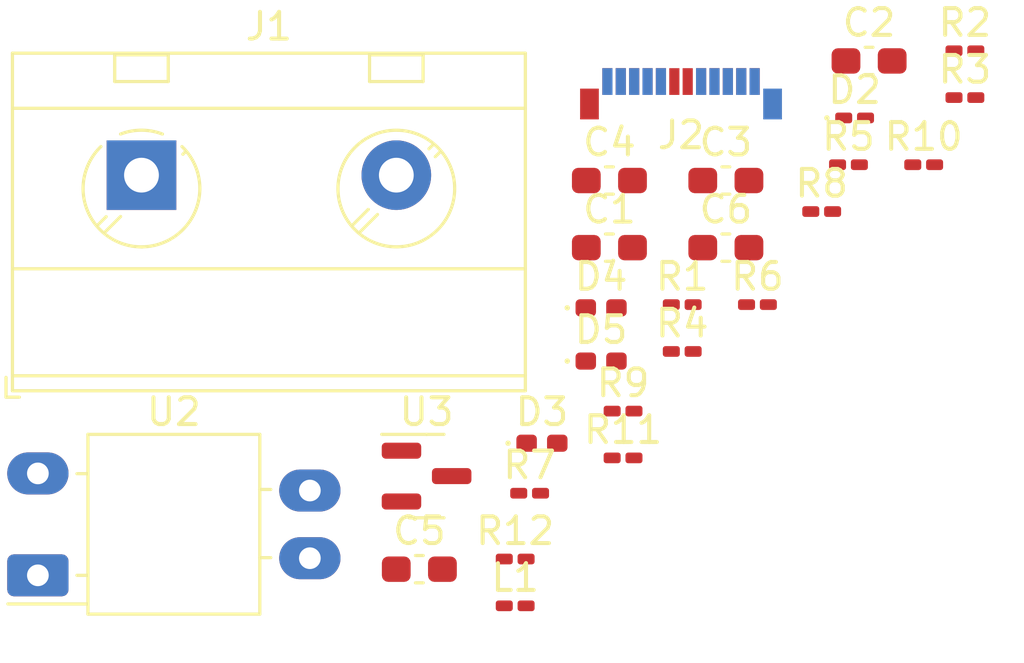
<source format=kicad_pcb>
(kicad_pcb (version 20211014) (generator pcbnew)
  (title_block (title "Charger PCB") (date "2023-02-18") (rev "v01") (comment 1 "Course: ELP305") (comment 2 "Group: BNavi"))
  (layers (0 "F.Cu" signal) (31 "B.Cu" signal) (34 "B.Paste" user) (35 "F.Paste" user) (36 "B.SilkS" user "B.Silkscreen") (37 "F.SilkS" user "F.Silkscreen") (38 "B.Mask" user) (39 "F.Mask" user) (44 "Edge.Cuts" user))
  (net 0 "")
  (net 1 "Net-(C1-Pad1)")
  (net 2 "Earth")
  (net 3 "Net-(C2-Pad1)")
  (net 4 "Net-(D4-Pad1)")
  (net 5 "Net-(C4-Pad1)")
  (net 6 "Net-(C4-Pad2)")
  (net 7 "Net-(C5-Pad1)")
  (net 8 "Net-(C5-Pad2)")
  (net 9 "Net-(C6-Pad2)")
  (net 10 "Net-(D2-Pad1)")
  (net 11 "Net-(D3-Pad2)")
  (net 12 "Net-(D4-Pad2)")
  (net 13 "Net-(D5-Pad2)")
  (net 14 "Net-(J1-Pad1)")
  (net 15 "Net-(D1-Pad4)")
  (net 19 "Net-(D1-Pad3)")
  (net 20 "Net-(Q1-Pad3)")
  (net 21 "Net-(R3-Pad2)")
  (net 22 "Net-(R6-Pad1)")
  (net 23 "Net-(R6-Pad2)")
  (net 24 "Net-(R10-Pad1)")
  (footprint "Resistor_SMD:R_0201_0603Metric_Pad0.64x0.40mm_HandSolder" (layer "F.Cu") (at 195.935 103.845)
    (fp_text reference "R6" (at 0 -1.05) (layer "F.SilkS"))
    (fp_text value "113k")
    (pad "1" smd roundrect (at -0.4075 0) (size 0.635 0.4) (layers "F.Cu" "F.Mask") (net 22 "Net-(R6-Pad1)"))
    (pad "2" smd roundrect (at 0.4075 0) (size 0.635 0.4) (layers "F.Cu" "F.Mask") (net 23 "Net-(R6-Pad2)"))
  )
  (footprint "Package_TO_SOT_SMD:SOT-23" (layer "F.Cu") (at 183.575 110.255)
    (fp_text reference "U3" (at 0 -2.4) (layer "F.SilkS"))
    (fp_text value "CJ432")
    (fp_line (start 0 -1.56) (end -1.675 -1.56) (layer "F.SilkS") (width 0.12))
    (fp_line (start 0 1.56) (end 0.65 1.56) (layer "F.SilkS") (width 0.12))
    (fp_line (start 0 -1.56) (end 0.65 -1.56) (layer "F.SilkS") (width 0.12))
    (fp_line (start 0 1.56) (end -0.65 1.56) (layer "F.SilkS") (width 0.12))
    (pad "1" smd roundrect (at -0.9375 -0.95) (size 1.475 0.6) (layers "F.Cu" "F.Paste" "F.Mask") (net 8 "Net-(C5-Pad2)"))
    (pad "2" smd roundrect (at -0.9375 0.95) (size 1.475 0.6) (layers "F.Cu" "F.Paste" "F.Mask") (net 7 "Net-(C5-Pad1)"))
    (pad "3" smd roundrect (at 0.9375 0) (size 1.475 0.6) (layers "F.Cu" "F.Paste" "F.Mask") (net 2 "Earth"))
  )
  (footprint "Resistor_SMD:R_0201_0603Metric_Pad0.64x0.40mm_HandSolder" (layer "F.Cu") (at 203.685 94.355)
    (fp_text reference "R2" (at 0 -1.05) (layer "F.SilkS"))
    (fp_text value "910m")
    (pad "1" smd roundrect (at -0.4075 0) (size 0.635 0.4) (layers "F.Cu" "F.Mask") (net 2 "Earth"))
    (pad "2" smd roundrect (at 0.4075 0) (size 0.635 0.4) (layers "F.Cu" "F.Mask") (net 20 "Net-(Q1-Pad3)"))
  )
  (footprint "TerminalBlock_MetzConnect:TerminalBlock_MetzConnect_Type703_RT10N02HGLU_1x02_P9.52mm_Horizontal" (layer "F.Cu") (at 172.925 99.005)
    (fp_text reference "J1" (at 4.76 -5.56) (layer "F.SilkS"))
    (fp_text value "Screw_Terminal_01x02")
    (fp_line (start 14.34 -4.56) (end 14.34 8.06) (layer "F.SilkS") (width 0.12))
    (fp_line (start 8.475 1.279) (end 7.867 1.888) (layer "F.SilkS") (width 0.12))
    (fp_line (start -4.82 7.5) (end 14.34 7.5) (layer "F.SilkS") (width 0.12))
    (fp_line (start -1.32 1.553) (end -1.654 1.888) (layer "F.SilkS") (width 0.12))
    (fp_line (start -4.82 3.5) (end 14.34 3.5) (layer "F.SilkS") (width 0.12))
    (fp_line (start -4.82 8.06) (end 14.34 8.06) (layer "F.SilkS") (width 0.12))
    (fp_line (start -1 -3.5) (end 1 -3.5) (layer "F.SilkS") (width 0.12))
    (fp_line (start -4.82 -2.5) (end 14.34 -2.5) (layer "F.SilkS") (width 0.12))
    (fp_line (start 1.654 -0.888) (end 1.547 -0.781) (layer "F.SilkS") (width 0.12))
    (fp_line (start -1 -4.5) (end -1 -3.5) (layer "F.SilkS") (width 0.12))
    (fp_line (start 11.174 -0.888) (end 10.976 -0.69) (layer "F.SilkS") (width 0.12))
    (fp_line (start -4.82 -4.56) (end -4.82 8.06) (layer "F.SilkS") (width 0.12))
    (fp_line (start -1 -4.5) (end 1 -4.5) (layer "F.SilkS") (width 0.12))
    (fp_line (start 10.52 -4.5) (end 10.52 -3.5) (layer "F.SilkS") (width 0.12))
    (fp_line (start 8.52 -4.5) (end 8.52 -3.5) (layer "F.SilkS") (width 0.12))
    (fp_line (start 8.52 -4.5) (end 10.52 -4.5) (layer "F.SilkS") (width 0.12))
    (fp_line (start 1 -4.5) (end 1 -3.5) (layer "F.SilkS") (width 0.12))
    (fp_line (start 10.908 -1.154) (end 10.741 -0.986) (layer "F.SilkS") (width 0.12))
    (fp_line (start 8.817 1.47) (end 8.133 2.154) (layer "F.SilkS") (width 0.12))
    (fp_line (start -4.82 -4.56) (end 14.34 -4.56) (layer "F.SilkS") (width 0.12))
    (fp_line (start -5.06 8.3) (end -4.56 8.3) (layer "F.SilkS") (width 0.12))
    (fp_line (start 8.52 -3.5) (end 10.52 -3.5) (layer "F.SilkS") (width 0.12))
    (fp_line (start -5.06 7.56) (end -5.06 8.3) (layer "F.SilkS") (width 0.12))
    (fp_line (start -0.78 1.546) (end -1.388 2.154) (layer "F.SilkS") (width 0.12))
    (fp_arc (start -0.781211 -1.536303) (mid 0.000423 -1.681014) (end 0.782 -1.536) (layer "F.SilkS") (width 0.12))
    (fp_arc (start 0.037945 2.680721) (mid -2.015074 1.334542) (end -1.515 -1.069) (layer "F.SilkS") (width 0.12))
    (fp_arc (start 1.514355 -1.068161) (mid 2.021261 1.316642) (end 0 2.68) (layer "F.SilkS") (width 0.12))
    (fp_circle (center 9.52 0.5) (end 11.7 0.5) (layer "F.SilkS") (width 0.12) (fill none))
    (pad "1" thru_hole rect (at 0 0) (size 2.6 2.6) (drill 1.3) (layers *.Cu *.Mask) (net 14 "Net-(J1-Pad1)"))
    (pad "2" thru_hole circle (at 9.52 0) (size 2.6 2.6) (drill 1.3) (layers *.Cu *.Mask) (net 15 "Net-(D1-Pad4)"))
  )
  (footprint "Capacitor_SMD:C_0603_1608Metric_Pad1.08x0.95mm_HandSolder" (layer "F.Cu") (at 194.755 99.205)
    (fp_text reference "C3" (at 0 -1.43) (layer "F.SilkS"))
    (fp_text value "4.7uF")
    (fp_line (start -0.146267 0.51) (end 0.146267 0.51) (layer "F.SilkS") (width 0.12))
    (fp_line (start -0.146267 -0.51) (end 0.146267 -0.51) (layer "F.SilkS") (width 0.12))
    (pad "1" smd roundrect (at -0.8625 0) (size 1.075 0.95) (layers "F.Cu" "F.Paste" "F.Mask") (net 2 "Earth"))
    (pad "2" smd roundrect (at 0.8625 0) (size 1.075 0.95) (layers "F.Cu" "F.Paste" "F.Mask") (net 4 "Net-(D4-Pad1)"))
  )
  (footprint "Resistor_SMD:R_0201_0603Metric_Pad0.64x0.40mm_HandSolder" (layer "F.Cu") (at 199.335 98.615)
    (fp_text reference "R5" (at 0 -1.05) (layer "F.SilkS"))
    (fp_text value "205k")
    (pad "1" smd roundrect (at -0.4075 0) (size 0.635 0.4) (layers "F.Cu" "F.Mask") (net 5 "Net-(C4-Pad1)"))
    (pad "2" smd roundrect (at 0.4075 0) (size 0.635 0.4) (layers "F.Cu" "F.Mask") (net 6 "Net-(C4-Pad2)"))
  )
  (footprint "Resistor_SMD:R_0201_0603Metric_Pad0.64x0.40mm_HandSolder" (layer "F.Cu") (at 203.685 96.105)
    (fp_text reference "R3" (at 0 -1.05) (layer "F.SilkS"))
    (fp_text value "2.21k")
    (pad "1" smd roundrect (at -0.4075 0) (size 0.635 0.4) (layers "F.Cu" "F.Mask") (net 20 "Net-(Q1-Pad3)"))
    (pad "2" smd roundrect (at 0.4075 0) (size 0.635 0.4) (layers "F.Cu" "F.Mask") (net 21 "Net-(R3-Pad2)"))
  )
  (footprint "Capacitor_SMD:C_0603_1608Metric_Pad1.08x0.95mm_HandSolder" (layer "F.Cu") (at 194.755 101.715)
    (fp_text reference "C6" (at 0 -1.43) (layer "F.SilkS"))
    (fp_text value "1.2mF")
    (fp_line (start -0.146267 -0.51) (end 0.146267 -0.51) (layer "F.SilkS") (width 0.12))
    (fp_line (start -0.146267 0.51) (end 0.146267 0.51) (layer "F.SilkS") (width 0.12))
    (pad "1" smd roundrect (at -0.8625 0) (size 1.075 0.95) (layers "F.Cu" "F.Paste" "F.Mask") (net 2 "Earth"))
    (pad "2" smd roundrect (at 0.8625 0) (size 1.075 0.95) (layers "F.Cu" "F.Paste" "F.Mask") (net 9 "Net-(C6-Pad2)"))
  )
  (footprint "Resistor_SMD:R_0201_0603Metric_Pad0.64x0.40mm_HandSolder" (layer "F.Cu") (at 202.145 98.615)
    (fp_text reference "R10" (at 0 -1.05) (layer "F.SilkS"))
    (fp_text value "1.07k")
    (pad "1" smd roundrect (at -0.4075 0) (size 0.635 0.4) (layers "F.Cu" "F.Mask") (net 24 "Net-(R10-Pad1)"))
    (pad "2" smd roundrect (at 0.4075 0) (size 0.635 0.4) (layers "F.Cu" "F.Mask") (net 9 "Net-(C6-Pad2)"))
  )
  (footprint "Diode_SMD:D_0402_1005Metric_Pad0.77x0.64mm_HandSolder" (layer "F.Cu") (at 187.885 109.025)
    (fp_text reference "D3" (at 0 -1.17) (layer "F.SilkS"))
    (fp_text value "D")
    (fp_circle (center -1.265 0) (end -1.215 0) (layer "F.SilkS") (width 0.1) (fill none))
    (pad "1" smd roundrect (at -0.5725 0) (size 0.765 0.64) (layers "F.Cu" "F.Paste" "F.Mask") (net 10 "Net-(D2-Pad1)"))
    (pad "2" smd roundrect (at 0.5725 0) (size 0.765 0.64) (layers "F.Cu" "F.Paste" "F.Mask") (net 11 "Net-(D3-Pad2)"))
  )
  (footprint "Resistor_SMD:R_0201_0603Metric_Pad0.64x0.40mm_HandSolder" (layer "F.Cu") (at 186.885 113.355)
    (fp_text reference "R12" (at 0 -1.05) (layer "F.SilkS"))
    (fp_text value "39k")
    (pad "1" smd roundrect (at -0.4075 0) (size 0.635 0.4) (layers "F.Cu" "F.Mask") (net 2 "Earth"))
    (pad "2" smd roundrect (at 0.4075 0) (size 0.635 0.4) (layers "F.Cu" "F.Mask") (net 8 "Net-(C5-Pad2)"))
  )
  (footprint "Resistor_SMD:R_0201_0603Metric_Pad0.64x0.40mm_HandSolder" (layer "F.Cu") (at 198.335 100.365)
    (fp_text reference "R8" (at 0 -1.05) (layer "F.SilkS"))
    (fp_text value "22")
    (pad "1" smd roundrect (at -0.4075 0) (size 0.635 0.4) (layers "F.Cu" "F.Mask") (net 12 "Net-(D4-Pad2)"))
    (pad "2" smd roundrect (at 0.4075 0) (size 0.635 0.4) (layers "F.Cu" "F.Mask") (net 23 "Net-(R6-Pad2)"))
  )
  (footprint "Capacitor_SMD:C_0603_1608Metric_Pad1.08x0.95mm_HandSolder" (layer "F.Cu") (at 190.405 99.205)
    (fp_text reference "C4" (at 0 -1.43) (layer "F.SilkS"))
    (fp_text value "100nF")
    (fp_line (start -0.146267 0.51) (end 0.146267 0.51) (layer "F.SilkS") (width 0.12))
    (fp_line (start -0.146267 -0.51) (end 0.146267 -0.51) (layer "F.SilkS") (width 0.12))
    (pad "1" smd roundrect (at -0.8625 0) (size 1.075 0.95) (layers "F.Cu" "F.Paste" "F.Mask") (net 5 "Net-(C4-Pad1)"))
    (pad "2" smd roundrect (at 0.8625 0) (size 1.075 0.95) (layers "F.Cu" "F.Paste" "F.Mask") (net 6 "Net-(C4-Pad2)"))
  )
  (footprint "Diode_SMD:D_0201_0603Metric_Pad0.64x0.40mm_HandSolder" (layer "F.Cu") (at 199.565 96.865)
    (fp_text reference "D2" (at 0 -1.05) (layer "F.SilkS"))
    (fp_text value "D_Zener")
    (fp_circle (center -1.035 0) (end -0.985 0) (layer "F.SilkS") (width 0.1) (fill none))
    (pad "1" smd roundrect (at -0.4075 0) (size 0.635 0.4) (layers "F.Cu" "F.Mask") (net 10 "Net-(D2-Pad1)"))
    (pad "2" smd roundrect (at 0.4075 0) (size 0.635 0.4) (layers "F.Cu" "F.Mask") (net 3 "Net-(C2-Pad1)"))
  )
  (footprint "Resistor_SMD:R_0201_0603Metric_Pad0.64x0.40mm_HandSolder" (layer "F.Cu") (at 190.915 107.825)
    (fp_text reference "R9" (at 0 -1.05) (layer "F.SilkS"))
    (fp_text value "1k")
    (pad "1" smd roundrect (at -0.4075 0) (size 0.635 0.4) (layers "F.Cu" "F.Mask") (net 7 "Net-(C5-Pad1)"))
    (pad "2" smd roundrect (at 0.4075 0) (size 0.635 0.4) (layers "F.Cu" "F.Mask") (net 24 "Net-(R10-Pad1)"))
  )
  (footprint "Diode_SMD:D_0402_1005Metric_Pad0.77x0.64mm_HandSolder" (layer "F.Cu") (at 190.095 103.965)
    (fp_text reference "D4" (at 0 -1.17) (layer "F.SilkS"))
    (fp_text value "D")
    (fp_circle (center -1.265 0) (end -1.215 0) (layer "F.SilkS") (width 0.1) (fill none))
    (pad "1" smd roundrect (at -0.5725 0) (size 0.765 0.64) (layers "F.Cu" "F.Paste" "F.Mask") (net 4 "Net-(D4-Pad1)"))
    (pad "2" smd roundrect (at 0.5725 0) (size 0.765 0.64) (layers "F.Cu" "F.Paste" "F.Mask") (net 12 "Net-(D4-Pad2)"))
  )
  (footprint "Resistor_SMD:R_0201_0603Metric_Pad0.64x0.40mm_HandSolder" (layer "F.Cu") (at 190.915 109.575)
    (fp_text reference "R11" (at 0 -1.05) (layer "F.SilkS"))
    (fp_text value "118k")
    (pad "1" smd roundrect (at -0.4075 0) (size 0.635 0.4) (layers "F.Cu" "F.Mask") (net 8 "Net-(C5-Pad2)"))
    (pad "2" smd roundrect (at 0.4075 0) (size 0.635 0.4) (layers "F.Cu" "F.Mask") (net 9 "Net-(C6-Pad2)"))
  )
  (footprint "Capacitor_SMD:C_0603_1608Metric_Pad1.08x0.95mm_HandSolder" (layer "F.Cu") (at 190.405 101.715)
    (fp_text reference "C1" (at 0 -1.43) (layer "F.SilkS"))
    (fp_text value "22uF")
    (fp_line (start -0.146267 0.51) (end 0.146267 0.51) (layer "F.SilkS") (width 0.12))
    (fp_line (start -0.146267 -0.51) (end 0.146267 -0.51) (layer "F.SilkS") (width 0.12))
    (pad "1" smd roundrect (at -0.8625 0) (size 1.075 0.95) (layers "F.Cu" "F.Paste" "F.Mask") (net 1 "Net-(C1-Pad1)"))
    (pad "2" smd roundrect (at 0.8625 0) (size 1.075 0.95) (layers "F.Cu" "F.Paste" "F.Mask") (net 2 "Earth"))
  )
  (footprint "Capacitor_SMD:C_0603_1608Metric_Pad1.08x0.95mm_HandSolder" (layer "F.Cu") (at 183.305 113.735)
    (fp_text reference "C5" (at 0 -1.43) (layer "F.SilkS"))
    (fp_text value "882.393pF")
    (fp_line (start -0.146267 0.51) (end 0.146267 0.51) (layer "F.SilkS") (width 0.12))
    (fp_line (start -0.146267 -0.51) (end 0.146267 -0.51) (layer "F.SilkS") (width 0.12))
    (pad "1" smd roundrect (at -0.8625 0) (size 1.075 0.95) (layers "F.Cu" "F.Paste" "F.Mask") (net 7 "Net-(C5-Pad1)"))
    (pad "2" smd roundrect (at 0.8625 0) (size 1.075 0.95) (layers "F.Cu" "F.Paste" "F.Mask") (net 8 "Net-(C5-Pad2)"))
  )
  (footprint "Capacitor_SMD:C_0603_1608Metric_Pad1.08x0.95mm_HandSolder" (layer "F.Cu") (at 200.105 94.735)
    (fp_text reference "C2" (at 0 -1.43) (layer "F.SilkS"))
    (fp_text value "22uF")
    (fp_line (start -0.146267 -0.51) (end 0.146267 -0.51) (layer "F.SilkS") (width 0.12))
    (fp_line (start -0.146267 0.51) (end 0.146267 0.51) (layer "F.SilkS") (width 0.12))
    (pad "1" smd roundrect (at -0.8625 0) (size 1.075 0.95) (layers "F.Cu" "F.Paste" "F.Mask") (net 3 "Net-(C2-Pad1)"))
    (pad "2" smd roundrect (at 0.8625 0) (size 1.075 0.95) (layers "F.Cu" "F.Paste" "F.Mask") (net 2 "Earth"))
  )
  (footprint "Resistor_SMD:R_0201_0603Metric_Pad0.64x0.40mm_HandSolder" (layer "F.Cu") (at 187.425 110.895)
    (fp_text reference "R7" (at 0 -1.05) (layer "F.SilkS"))
    (fp_text value "34k")
    (pad "1" smd roundrect (at -0.4075 0) (size 0.635 0.4) (layers "F.Cu" "F.Mask") (net 2 "Earth"))
    (pad "2" smd roundrect (at 0.4075 0) (size 0.635 0.4) (layers "F.Cu" "F.Mask") (net 22 "Net-(R6-Pad1)"))
  )
  (footprint "Resistor_SMD:R_0201_0603Metric_Pad0.64x0.40mm_HandSolder" (layer "F.Cu") (at 193.125 103.845)
    (fp_text reference "R1" (at 0 -1.05) (layer "F.SilkS"))
    (fp_text value "R")
    (pad "1" smd roundrect (at -0.4075 0) (size 0.635 0.4) (layers "F.Cu" "F.Mask") (net 14 "Net-(J1-Pad1)"))
    (pad "2" smd roundrect (at 0.4075 0) (size 0.635 0.4) (layers "F.Cu" "F.Mask") (net 19 "Net-(D1-Pad3)"))
  )
  (footprint "Diode_SMD:D_0402_1005Metric_Pad0.77x0.64mm_HandSolder" (layer "F.Cu") (at 190.095 105.955)
    (fp_text reference "D5" (at 0 -1.17) (layer "F.SilkS"))
    (fp_text value "D")
    (fp_circle (center -1.265 0) (end -1.215 0) (layer "F.SilkS") (width 0.1) (fill none))
    (pad "1" smd roundrect (at -0.5725 0) (size 0.765 0.64) (layers "F.Cu" "F.Paste" "F.Mask") (net 9 "Net-(C6-Pad2)"))
    (pad "2" smd roundrect (at 0.5725 0) (size 0.765 0.64) (layers "F.Cu" "F.Paste" "F.Mask") (net 13 "Net-(D5-Pad2)"))
  )
  (footprint "Connector_USB:USB_C_Plug_Molex_105444" (layer "F.Cu") (at 193.08 95.465)
    (fp_text reference "J2" (at 0 2.04) (layer "F.SilkS"))
    (fp_text value "USB_C_Receptacle_PowerOnly_6P")
    (pad "A1" smd rect (at -2.75 0.04) (size 0.38 1) (layers "F.Cu" "F.Paste" "F.Mask"))
    (pad "A2" smd rect (at -2.25 0.04) (size 0.38 1) (layers "F.Cu" "F.Paste" "F.Mask"))
    (pad "A3" smd rect (at -1.75 0.04) (size 0.38 1) (layers "F.Cu" "F.Paste" "F.Mask"))
    (pad "A4" smd rect (at -1.25 0.04) (size 0.38 1) (layers "F.Cu" "F.Paste" "F.Mask"))
    (pad "A5" smd rect (at -0.75 0.04) (size 0.38 1) (layers "F.Cu" "F.Paste" "F.Mask"))
    (pad "A6" smd rect (at -0.25 0.04) (size 0.38 1) (layers "F.Cu" "F.Paste" "F.Mask"))
    (pad "A7" smd rect (at 0.25 0.04) (size 0.38 1) (layers "F.Cu" "F.Paste" "F.Mask"))
    (pad "A8" smd rect (at 0.75 0.04) (size 0.38 1) (layers "F.Cu" "F.Paste" "F.Mask"))
    (pad "A9" smd rect (at 1.25 0.04) (size 0.38 1) (layers "F.Cu" "F.Paste" "F.Mask") (net 9 "Net-(C6-Pad2)"))
    (pad "A10" smd rect (at 1.75 0.04) (size 0.38 1) (layers "F.Cu" "F.Paste" "F.Mask"))
    (pad "A11" smd rect (at 2.25 0.04) (size 0.38 1) (layers "F.Cu" "F.Paste" "F.Mask"))
    (pad "A12" smd rect (at 2.75 0.04) (size 0.38 1) (layers "F.Cu" "F.Paste" "F.Mask") (net 2 "Earth"))
    (pad "B1" smd rect (at 2.75 0.04) (size 0.38 1) (layers "B.Cu" "B.Paste" "B.Mask"))
    (pad "B2" smd rect (at 2.25 0.04) (size 0.38 1) (layers "B.Cu" "B.Paste" "B.Mask"))
    (pad "B3" smd rect (at 1.75 0.04) (size 0.38 1) (layers "B.Cu" "B.Paste" "B.Mask"))
    (pad "B4" smd rect (at 1.25 0.04) (size 0.38 1) (layers "B.Cu" "B.Paste" "B.Mask"))
    (pad "B5" smd rect (at 0.75 0.04) (size 0.38 1) (layers "B.Cu" "B.Paste" "B.Mask"))
    (pad "B8" smd rect (at -0.75 0.04) (size 0.38 1) (layers "B.Cu" "B.Paste" "B.Mask"))
    (pad "B9" smd rect (at -1.25 0.04) (size 0.38 1) (layers "B.Cu" "B.Paste" "B.Mask") (net 9 "Net-(C6-Pad2)"))
    (pad "B10" smd rect (at -1.75 0.04) (size 0.38 1) (layers "B.Cu" "B.Paste" "B.Mask"))
    (pad "B11" smd rect (at -2.25 0.04) (size 0.38 1) (layers "B.Cu" "B.Paste" "B.Mask"))
    (pad "B12" smd rect (at -2.75 0.04) (size 0.38 1) (layers "B.Cu" "B.Paste" "B.Mask") (net 2 "Earth"))
    (pad "S1" smd rect (at -3.42 0.88) (size 0.7 1.15) (layers "F.Cu" "F.Paste" "F.Mask"))
    (pad "S1" smd rect (at 3.42 0.88) (size 0.7 1.15) (layers "B.Cu" "B.Paste" "B.Mask"))
  )
  (footprint "Inductor_SMD:L_0201_0603Metric_Pad0.64x0.40mm_HandSolder" (layer "F.Cu") (at 186.885 115.105)
    (fp_text reference "L1" (at 0 -1.05) (layer "F.SilkS"))
    (fp_text value "470uH")
    (pad "1" smd roundrect (at -0.4075 0) (size 0.635 0.4) (layers "F.Cu" "F.Mask") (net 1 "Net-(C1-Pad1)"))
    (pad "2" smd roundrect (at 0.4075 0) (size 0.635 0.4) (layers "F.Cu" "F.Mask") (net 3 "Net-(C2-Pad1)"))
  )
  (footprint "Resistor_SMD:R_0201_0603Metric_Pad0.64x0.40mm_HandSolder" (layer "F.Cu") (at 193.125 105.595)
    (fp_text reference "R4" (at 0 -1.05) (layer "F.SilkS"))
    (fp_text value "18.7k")
    (pad "1" smd roundrect (at -0.4075 0) (size 0.635 0.4) (layers "F.Cu" "F.Mask") (net 2 "Earth"))
    (pad "2" smd roundrect (at 0.4075 0) (size 0.635 0.4) (layers "F.Cu" "F.Mask") (net 5 "Net-(C4-Pad1)"))
  )
  (footprint "OptoDevice:Luna_NSL-32" (layer "F.Cu") (at 169.055 113.965)
    (fp_text reference "U2" (at 5.08 -6.11 180) (layer "F.SilkS"))
    (fp_text value "NSL-32")
    (fp_line (start 1.46 0) (end 1.87 0) (layer "F.SilkS") (width 0.12))
    (fp_line (start 8.29 1.45) (end 1.87 1.45) (layer "F.SilkS") (width 0.12))
    (fp_line (start 1.87 1.45) (end 1.87 -5.27) (layer "F.SilkS") (width 0.12))
    (fp_line (start 8.29 -3.21) (end 8.7 -3.21) (layer "F.SilkS") (width 0.12))
    (fp_line (start 1.46 -3.8) (end 1.87 -3.8) (layer "F.SilkS") (width 0.12))
    (fp_line (start 1.87 -5.27) (end 8.29 -5.27) (layer "F.SilkS") (width 0.12))
    (fp_line (start 8.29 -5.27) (end 8.29 1.45) (layer "F.SilkS") (width 0.12))
    (fp_line (start 8.29 -0.66) (end 8.7 -0.66) (layer "F.SilkS") (width 0.12))
    (fp_line (start -1.12 1.07) (end 1.87 1.07) (layer "F.SilkS") (width 0.12))
    (pad "1" thru_hole roundrect (at 0 0) (size 2.29 1.57) (drill 0.81) (layers *.Cu *.Mask) (roundrect_rratio 0.159) (net 24 "Net-(R10-Pad1)"))
    (pad "2" thru_hole oval (at 0 -3.81) (size 2.29 1.57) (drill 0.81) (layers *.Cu *.Mask) (net 7 "Net-(C5-Pad1)"))
    (pad "3" thru_hole oval (at 10.16 -3.17) (size 2.29 1.57) (drill 0.81) (layers *.Cu *.Mask) (net 6 "Net-(C4-Pad2)"))
    (pad "4" thru_hole oval (at 10.16 -0.64) (size 2.29 1.57) (drill 0.81) (layers *.Cu *.Mask) (net 4 "Net-(D4-Pad1)"))
  )
)
</source>
